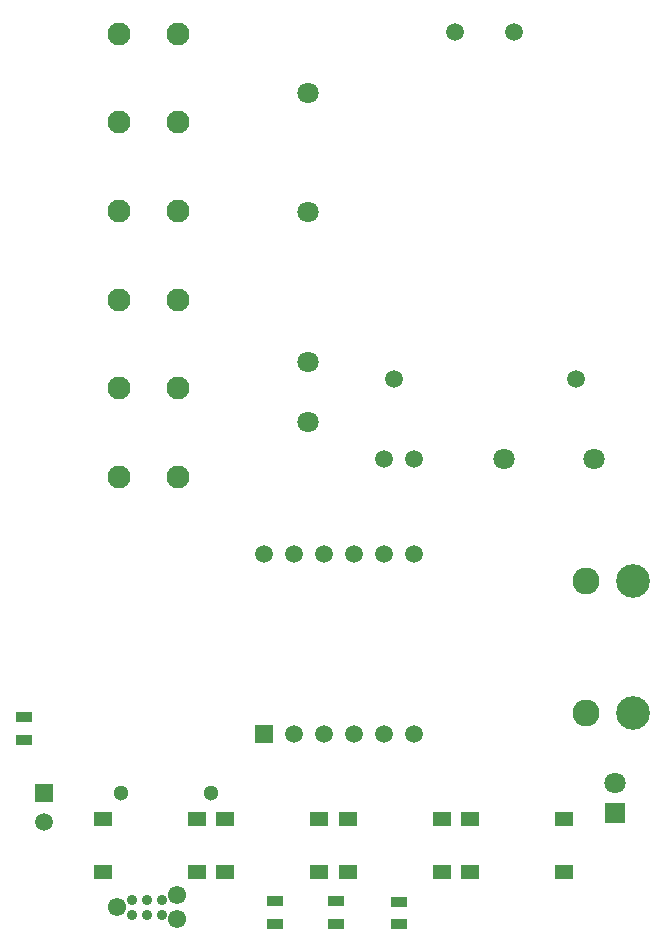
<source format=gbr>
%TF.GenerationSoftware,KiCad,Pcbnew,7.0.1*%
%TF.CreationDate,2024-01-25T20:06:11+01:00*%
%TF.ProjectId,OpenReflowPlate,4f70656e-5265-4666-9c6f-77506c617465,rev?*%
%TF.SameCoordinates,Original*%
%TF.FileFunction,Soldermask,Top*%
%TF.FilePolarity,Negative*%
%FSLAX46Y46*%
G04 Gerber Fmt 4.6, Leading zero omitted, Abs format (unit mm)*
G04 Created by KiCad (PCBNEW 7.0.1) date 2024-01-25 20:06:11*
%MOMM*%
%LPD*%
G01*
G04 APERTURE LIST*
%ADD10R,1.500000X1.500000*%
%ADD11C,1.500000*%
%ADD12R,1.550000X1.300000*%
%ADD13C,1.950000*%
%ADD14C,1.800000*%
%ADD15R,1.400000X0.900000*%
%ADD16R,1.800000X1.800000*%
%ADD17C,0.889000*%
%ADD18C,1.550000*%
%ADD19C,1.300000*%
%ADD20C,2.280000*%
%ADD21C,2.850000*%
G04 APERTURE END LIST*
D10*
%TO.C,U1*%
X108300000Y-85240000D03*
D11*
X110840000Y-85240000D03*
X113380000Y-85240000D03*
X115920000Y-85240000D03*
X118460000Y-85240000D03*
X121000000Y-85240000D03*
X121000000Y-70000000D03*
X118460000Y-70000000D03*
X115920000Y-70000000D03*
X113380000Y-70000000D03*
X110840000Y-70000000D03*
X108300000Y-70000000D03*
%TD*%
D12*
%TO.C,S4*%
X105025000Y-92450000D03*
X105025000Y-96950000D03*
X112975000Y-92450000D03*
X112975000Y-96950000D03*
%TD*%
D13*
%TO.C,J3*%
X101000000Y-48500000D03*
X101000000Y-56000000D03*
X101000000Y-63500000D03*
X96000000Y-48500000D03*
X96000000Y-56000000D03*
X96000000Y-63500000D03*
%TD*%
D14*
%TO.C,K1*%
X112000000Y-31000000D03*
X112000000Y-41100000D03*
X112000000Y-53800000D03*
X112000000Y-58900000D03*
%TD*%
D15*
%TO.C,LED4*%
X88000000Y-85762500D03*
X88000000Y-83862500D03*
%TD*%
D12*
%TO.C,S1*%
X94658334Y-92450000D03*
X94658334Y-96950000D03*
X102608334Y-92450000D03*
X102608334Y-96950000D03*
%TD*%
D14*
%TO.C,K2*%
X136240000Y-61975000D03*
X128620000Y-61975000D03*
D11*
X121000000Y-61975000D03*
X118460000Y-61975000D03*
%TD*%
D10*
%TO.C,J2*%
X89675000Y-90250000D03*
D11*
X89675000Y-92750000D03*
%TD*%
D16*
%TO.C,J1*%
X138000000Y-92000000D03*
D14*
X138000000Y-89460000D03*
%TD*%
D12*
%TO.C,S2*%
X125758334Y-92450000D03*
X125758334Y-96950000D03*
X133708334Y-92450000D03*
X133708334Y-96950000D03*
%TD*%
D15*
%TO.C,LED1*%
X119700000Y-101362500D03*
X119700000Y-99462500D03*
%TD*%
D13*
%TO.C,J4*%
X101000000Y-26000000D03*
X101000000Y-33500000D03*
X101000000Y-41000000D03*
X96000000Y-26000000D03*
X96000000Y-33500000D03*
X96000000Y-41000000D03*
%TD*%
D15*
%TO.C,LED3*%
X114400000Y-101350000D03*
X114400000Y-99450000D03*
%TD*%
D12*
%TO.C,S3*%
X115391666Y-92450000D03*
X115391666Y-96950000D03*
X123341666Y-92450000D03*
X123341666Y-96950000D03*
%TD*%
D17*
%TO.C,SWD*%
X97130000Y-100600000D03*
X97130000Y-99330000D03*
X98400000Y-100600000D03*
X98400000Y-99330000D03*
X99670000Y-100600000D03*
X99670000Y-99330000D03*
D18*
X95860000Y-99965000D03*
X100940000Y-98949000D03*
X100940000Y-100981000D03*
%TD*%
D15*
%TO.C,LED2*%
X109200000Y-101350000D03*
X109200000Y-99450000D03*
%TD*%
D11*
%TO.C,AC/DC 3w*%
X129500000Y-25825000D03*
X124500000Y-25825000D03*
X134700000Y-55225000D03*
X119300000Y-55225000D03*
%TD*%
D19*
%TO.C,Buzzer*%
X103800000Y-90300000D03*
X96200000Y-90300000D03*
%TD*%
D20*
%TO.C,J5*%
X135550000Y-72280000D03*
D21*
X139550000Y-72280000D03*
X139550000Y-83520000D03*
D20*
X135550000Y-83520000D03*
%TD*%
M02*

</source>
